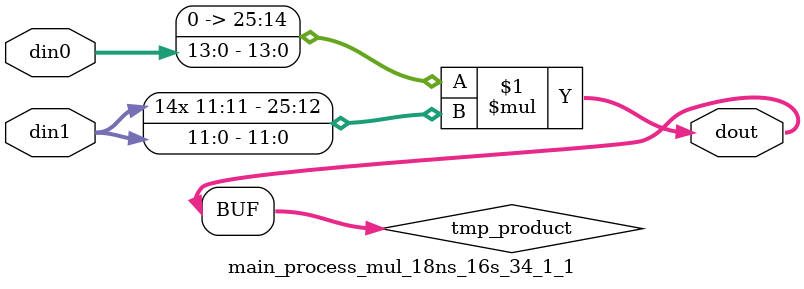
<source format=v>

`timescale 1 ns / 1 ps

 module main_process_mul_18ns_16s_34_1_1(din0, din1, dout);
parameter ID = 1;
parameter NUM_STAGE = 0;
parameter din0_WIDTH = 14;
parameter din1_WIDTH = 12;
parameter dout_WIDTH = 26;

input [din0_WIDTH - 1 : 0] din0; 
input [din1_WIDTH - 1 : 0] din1; 
output [dout_WIDTH - 1 : 0] dout;

wire signed [dout_WIDTH - 1 : 0] tmp_product;

























assign tmp_product = $signed({1'b0, din0}) * $signed(din1);










assign dout = tmp_product;





















endmodule

</source>
